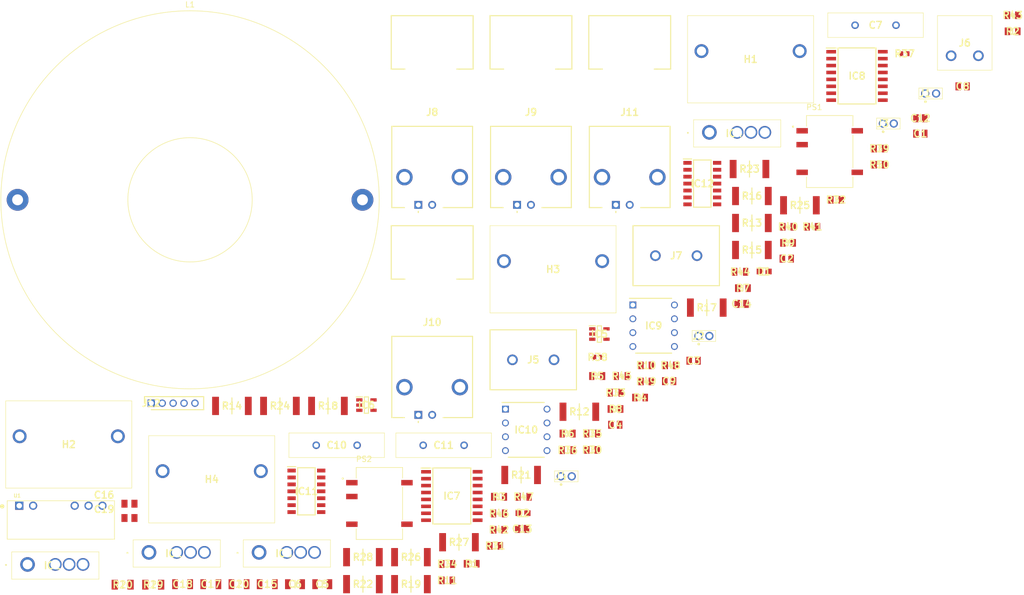
<source format=kicad_pcb>
(kicad_pcb (version 20211014) (generator pcbnew)
  (layers (0 "F.Cu" signal) (31 "B.Cu" signal) (34 "B.Paste" user) (35 "F.Paste" user) (36 "B.SilkS" user "B.Silkscreen") (37 "F.SilkS" user "F.Silkscreen") (38 "B.Mask" user) (39 "F.Mask" user) (44 "Edge.Cuts" user))
  (net 0 "")
  (net 1 "24V-")
  (net 2 "24V+")
  (net 3 "GND")
  (net 4 "5V_0")
  (net 5 "5V_1")
  (net 6 "IP+_2")
  (net 7 "VAC-")
  (net 8 "Net-(IC5-Pad5)")
  (net 9 "3V3")
  (net 10 "Net-(IC6-Pad5)")
  (net 11 "1V65")
  (net 12 "-12V")
  (net 13 "+12V")
  (net 14 "I_VREF1")
  (net 15 "I_VOUT1")
  (net 16 "I_VREF2")
  (net 17 "I_VOUT2")
  (net 18 "Iout_3V3")
  (net 19 "Vout_3V3")
  (net 28 "VDC+")
  (net 29 "Net-(IC1-Pad2)")
  (net 30 "SA1")
  (net 31 "GA1")
  (net 32 "VDC-")
  (net 33 "SB1")
  (net 34 "GB1")
  (net 35 "SA2")
  (net 36 "GA2")
  (net 37 "SB2")
  (net 38 "GB2")
  (net 39 "IP+_1")
  (net 41 "Net-(IC7-Pad13)")
  (net 42 "Net-(IC7-Pad15)")
  (net 43 "Net-(IC7-Pad16)")
  (net 44 "VAC+")
  (net 46 "Net-(IC8-Pad13)")
  (net 47 "Net-(IC8-Pad15)")
  (net 48 "OCD_INT")
  (net 49 "Net-(IC9-Pad2)")
  (net 50 "Net-(IC9-Pad3)")
  (net 51 "VOUT-_1")
  (net 52 "VOUT+_1")
  (net 53 "Net-(IC10-Pad2)")
  (net 54 "Net-(IC10-Pad3)")
  (net 55 "VOUT-_2")
  (net 56 "VOUT+_2")
  (net 57 "Vin_5V")
  (net 58 "Net-(IC11-Pad2)")
  (net 59 "Net-(IC11-Pad3)")
  (net 60 "Net-(IC11-Pad5)")
  (net 61 "Net-(IC11-Pad6)")
  (net 62 "Iin_5V")
  (net 63 "Iout_5V")
  (net 64 "Net-(IC11-Pad9)")
  (net 65 "Net-(IC11-Pad10)")
  (net 66 "Net-(IC11-Pad12)")
  (net 67 "Net-(IC11-Pad13)")
  (net 68 "Vout_5V")
  (net 69 "Net-(IC12-Pad2)")
  (net 70 "Net-(IC12-Pad3)")
  (net 85 "Net-(R12-Pad2)")
  (net 86 "Net-(R13-Pad2)")
  (net 87 "Net-(R14-Pad1)")
  (net 88 "Net-(R15-Pad1)")
  (net 89 "Net-(R16-Pad2)")
  (net 90 "Net-(R17-Pad2)")
  (net 91 "Net-(R21-Pad2)")
  (net 92 "Net-(R22-Pad2)")
  (net 93 "Net-(R23-Pad1)")
  (net 94 "Net-(R24-Pad1)")
  (net 95 "Net-(R25-Pad2)")
  (net 96 "Net-(R26-Pad2)")
  (footprint "PCB_Hbridge:SOIC127P1031X264-16N" (layer "F.Cu") (at 126.235 119.79)
    (fp_text reference "IC7" (at 0 0) (layer "F.SilkS") (effects (font (size 1.27 1.27) (thickness 0.254))))
    (fp_text value "MLX91221KDF-ABF-050-SP" hide)
    (pad "1" smd rect (at -4.725 -4.445 90) (size 0.65 1.8) (layers "F.Cu" "F.Paste" "F.Mask") (net 39 "IP+_1"))
    (pad "2" smd rect (at -4.725 -3.175 90) (size 0.65 1.8) (layers "F.Cu" "F.Paste" "F.Mask") (net 39 "IP+_1"))
    (pad "3" smd rect (at -4.725 -1.905 90) (size 0.65 1.8) (layers "F.Cu" "F.Paste" "F.Mask") (net 39 "IP+_1"))
    (pad "4" smd rect (at -4.725 -0.635 90) (size 0.65 1.8) (layers "F.Cu" "F.Paste" "F.Mask") (net 39 "IP+_1"))
    (pad "5" smd rect (at -4.725 0.635 90) (size 0.65 1.8) (layers "F.Cu" "F.Paste" "F.Mask") (net 28 "VDC+"))
    (pad "6" smd rect (at -4.725 1.905 90) (size 0.65 1.8) (layers "F.Cu" "F.Paste" "F.Mask") (net 28 "VDC+"))
    (pad "7" smd rect (at -4.725 3.175 90) (size 0.65 1.8) (layers "F.Cu" "F.Paste" "F.Mask") (net 28 "VDC+"))
    (pad "8" smd rect (at -4.725 4.445 90) (size 0.65 1.8) (layers "F.Cu" "F.Paste" "F.Mask") (net 28 "VDC+"))
    (pad "9" smd rect (at 4.725 4.445 90) (size 0.65 1.8) (layers "F.Cu" "F.Paste" "F.Mask") (net 3 "GND"))
    (pad "10" smd rect (at 4.725 3.175 90) (size 0.65 1.8) (layers "F.Cu" "F.Paste" "F.Mask") (net 14 "I_VREF1"))
    (pad "11" smd rect (at 4.725 1.905 90) (size 0.65 1.8) (layers "F.Cu" "F.Paste" "F.Mask"))
    (pad "12" smd rect (at 4.725 0.635 90) (size 0.65 1.8) (layers "F.Cu" "F.Paste" "F.Mask") (net 15 "I_VOUT1"))
    (pad "13" smd rect (at 4.725 -0.635 90) (size 0.65 1.8) (layers "F.Cu" "F.Paste" "F.Mask") (net 41 "Net-(IC7-Pad13)"))
    (pad "14" smd rect (at 4.725 -1.905 90) (size 0.65 1.8) (layers "F.Cu" "F.Paste" "F.Mask") (net 9 "3V3"))
    (pad "15" smd rect (at 4.725 -3.175 90) (size 0.65 1.8) (layers "F.Cu" "F.Paste" "F.Mask") (net 42 "Net-(IC7-Pad15)"))
    (pad "16" smd rect (at 4.725 -4.445 90) (size 0.65 1.8) (layers "F.Cu" "F.Paste" "F.Mask") (net 43 "Net-(IC7-Pad16)"))
  )
  (footprint "PCB_Hbridge:RESC3216X65N_2k" (layer "F.Cu") (at 65.915 136.06)
    (fp_text reference "R20" (at 0 0) (layer "F.SilkS") (effects (font (size 1.27 1.27) (thickness 0.254))))
    (fp_text value "2k" hide)
    (pad "1" smd rect (at -1.45 0) (size 1.15 1.8) (layers "F.Cu" "F.Paste" "F.Mask") (net 49 "Net-(IC9-Pad2)"))
    (pad "2" smd rect (at 1.45 0) (size 1.15 1.8) (layers "F.Cu" "F.Paste" "F.Mask") (net 50 "Net-(IC9-Pad3)"))
  )
  (footprint "PCB_Hbridge:RESC2012X60N_499k" (layer "F.Cu") (at 204.58 56.08)
    (fp_text reference "R39" (at 0 0) (layer "F.SilkS") (effects (font (size 1.27 1.27) (thickness 0.254))))
    (fp_text value "499k" hide)
    (pad "1" smd rect (at -0.95 0) (size 1 1.4) (layers "F.Cu" "F.Paste" "F.Mask") (net 58 "Net-(IC11-Pad2)"))
    (pad "2" smd rect (at 0.95 0) (size 1 1.4) (layers "F.Cu" "F.Paste" "F.Mask") (net 57 "Vin_5V"))
  )
  (footprint "PCB_Hbridge:RHDR5W50P0X200_1X5_1050X240X440P" (layer "F.Cu") (at 71.16 102.77)
    (fp_text reference "J12" (at 0 0) (layer "F.SilkS") (effects (font (size 1.27 1.27) (thickness 0.254))))
    (fp_text value "M22-7130542" hide)
    (pad "1" thru_hole rect (at 0 0) (size 1.35 1.35) (drill 0.9) (layers *.Cu *.Mask) (net 48 "OCD_INT"))
    (pad "2" thru_hole circle (at 2 0) (size 1.35 1.35) (drill 0.9) (layers *.Cu *.Mask) (net 9 "3V3"))
    (pad "3" thru_hole circle (at 4 0) (size 1.35 1.35) (drill 0.9) (layers *.Cu *.Mask) (net 18 "Iout_3V3"))
    (pad "4" thru_hole circle (at 6 0) (size 1.35 1.35) (drill 0.9) (layers *.Cu *.Mask) (net 19 "Vout_3V3"))
    (pad "5" thru_hole circle (at 8 0) (size 1.35 1.35) (drill 0.9) (layers *.Cu *.Mask) (net 3 "GND"))
  )
  (footprint "PCB_Hbridge:DIOM1613X100N" (layer "F.Cu") (at 139.285 122.94)
    (fp_text reference "D2" (at 0 0) (layer "F.SilkS") (effects (font (size 1.27 1.27) (thickness 0.254))))
    (fp_text value "SD0805S020S1R0" hide)
    (pad "1" smd rect (at -0.8 0 90) (size 1.05 1.15) (layers "F.Cu" "F.Paste" "F.Mask") (net 19 "Vout_3V3"))
    (pad "2" smd rect (at 0.8 0 90) (size 1.05 1.15) (layers "F.Cu" "F.Paste" "F.Mask") (net 3 "GND"))
  )
  (footprint "PCB_Hbridge:CAPC2012X145N_01uF" (layer "F.Cu") (at 166.06 98.73)
    (fp_text reference "C9" (at 0 0) (layer "F.SilkS") (effects (font (size 1.27 1.27) (thickness 0.254))))
    (fp_text value "1uF" hide)
    (pad "1" smd rect (at -0.8 0) (size 1.02 1.47) (layers "F.Cu" "F.Paste" "F.Mask") (net 10 "Net-(IC6-Pad5)"))
    (pad "2" smd rect (at 0.8 0) (size 1.02 1.47) (layers "F.Cu" "F.Paste" "F.Mask") (net 11 "1V65"))
  )
  (footprint "PCB_Hbridge:CAPC3216X175N_47nF" (layer "F.Cu") (at 87.24 135.97)
    (fp_text reference "C20" (at 0 0) (layer "F.SilkS") (effects (font (size 1.27 1.27) (thickness 0.254))))
    (fp_text value "47nF" hide)
    (pad "1" smd rect (at -1.4 0) (size 1.02 1.82) (layers "F.Cu" "F.Paste" "F.Mask") (net 9 "3V3"))
    (pad "2" smd rect (at 1.4 0) (size 1.02 1.82) (layers "F.Cu" "F.Paste" "F.Mask") (net 3 "GND"))
  )
  (footprint "PCB_Hbridge:DIOM1613X100N" (layer "F.Cu") (at 183.475 78.62)
    (fp_text reference "D1" (at 0 0) (layer "F.SilkS") (effects (font (size 1.27 1.27) (thickness 0.254))))
    (fp_text value "SD0805S020S1R0" hide)
    (pad "1" smd rect (at -0.8 0 90) (size 1.05 1.15) (layers "F.Cu" "F.Paste" "F.Mask") (net 18 "Iout_3V3"))
    (pad "2" smd rect (at 0.8 0 90) (size 1.05 1.15) (layers "F.Cu" "F.Paste" "F.Mask") (net 3 "GND"))
  )
  (footprint "PCB_Hbridge:RESC6332X70N_2M" (layer "F.Cu") (at 181.225 64.77)
    (fp_text reference "R16" (at 0 0) (layer "F.SilkS") (effects (font (size 1.27 1.27) (thickness 0.254))))
    (fp_text value "2M" hide)
    (pad "1" smd rect (at -3 0) (size 1.25 3.35) (layers "F.Cu" "F.Paste" "F.Mask") (net 87 "Net-(R14-Pad1)"))
    (pad "2" smd rect (at 3 0) (size 1.25 3.35) (layers "F.Cu" "F.Paste" "F.Mask") (net 89 "Net-(R16-Pad2)"))
  )
  (footprint "PCB_Hbridge:CAPC2012X145N_01uF" (layer "F.Cu") (at 156.19 106.73)
    (fp_text reference "C4" (at 0 0) (layer "F.SilkS") (effects (font (size 1.27 1.27) (thickness 0.254))))
    (fp_text value "1uF" hide)
    (pad "1" smd rect (at -0.8 0) (size 1.02 1.47) (layers "F.Cu" "F.Paste" "F.Mask") (net 3 "GND"))
    (pad "2" smd rect (at 0.8 0) (size 1.02 1.47) (layers "F.Cu" "F.Paste" "F.Mask") (net 4 "5V_0"))
  )
  (footprint "PCB_Hbridge:CAPC2012X145N_01uF" (layer "F.Cu") (at 212.09 50.51)
    (fp_text reference "C12" (at 0 0) (layer "F.SilkS") (effects (font (size 1.27 1.27) (thickness 0.254))))
    (fp_text value "1uF" hide)
    (pad "1" smd rect (at -0.8 0) (size 1.02 1.47) (layers "F.Cu" "F.Paste" "F.Mask") (net 1 "24V-"))
    (pad "2" smd rect (at 0.8 0) (size 1.02 1.47) (layers "F.Cu" "F.Paste" "F.Mask") (net 2 "24V+"))
  )
  (footprint "PCB_Hbridge:SOT95P285X140-5N" (layer "F.Cu") (at 153.275 90.09)
    (fp_text reference "IC5" (at 0 0) (layer "F.SilkS") (effects (font (size 1.27 1.27) (thickness 0.254))))
    (fp_text value "AP7366-W5-7" hide)
    (pad "1" smd rect (at -1.3 -0.95 90) (size 0.6 1.15) (layers "F.Cu" "F.Paste" "F.Mask") (net 4 "5V_0"))
    (pad "2" smd rect (at -1.3 0 90) (size 0.6 1.15) (layers "F.Cu" "F.Paste" "F.Mask") (net 3 "GND"))
    (pad "3" smd rect (at -1.3 0.95 90) (size 0.6 1.15) (layers "F.Cu" "F.Paste" "F.Mask") (net 4 "5V_0"))
    (pad "4" smd rect (at 1.3 0.95 90) (size 0.6 1.15) (layers "F.Cu" "F.Paste" "F.Mask") (net 9 "3V3"))
    (pad "5" smd rect (at 1.3 -0.95 90) (size 0.6 1.15) (layers "F.Cu" "F.Paste" "F.Mask") (net 8 "Net-(IC5-Pad5)"))
  )
  (footprint "PCB_Hbridge:TB002V50002BE" (layer "F.Cu") (at 217.735 39.045)
    (fp_text reference "J6" (at 2.5 -2.35) (layer "F.SilkS") (effects (font (size 1.27 1.27) (thickness 0.254))))
    (fp_text value "TB002V-500-02BE" hide)
    (pad "1" thru_hole circle (at 0 0) (size 1.95 1.95) (drill 1.3) (layers *.Cu *.Mask) (net 2 "24V+"))
    (pad "2" thru_hole circle (at 5 0) (size 1.95 1.95) (drill 1.3) (layers *.Cu *.Mask) (net 1 "24V-"))
  )
  (footprint "PCB_Hbridge:RESC2012X60N_499k" (layer "F.Cu") (at 151.93 111.34)
    (fp_text reference "R30" (at 0 0) (layer "F.SilkS") (effects (font (size 1.27 1.27) (thickness 0.254))))
    (fp_text value "499k" hide)
    (pad "1" smd rect (at -0.95 0) (size 1 1.4) (layers "F.Cu" "F.Paste" "F.Mask") (net 3 "GND"))
    (pad "2" smd rect (at 0.95 0) (size 1 1.4) (layers "F.Cu" "F.Paste" "F.Mask") (net 59 "Net-(IC11-Pad3)"))
  )
  (footprint "PCB_Hbridge:CONV_PDSE2-S24-S5-M" (layer "F.Cu") (at 195.484 56.62)
    (fp_text reference "PS1" (at -2.825 -8.135) (layer "F.SilkS"))
    (fp_text value "PDSE2-S24-S5-M")
    (pad "1" smd rect (at -5.05 -3.81) (size 2.1 1) (layers "F.Cu" "F.Paste" "F.Mask") (net 1 "24V-"))
    (pad "2" smd rect (at -5.05 -1.27) (size 2.1 1) (layers "F.Cu" "F.Paste" "F.Mask") (net 2 "24V+"))
    (pad "4" smd rect (at -5.05 3.81) (size 2.1 1) (layers "F.Cu" "F.Paste" "F.Mask") (net 3 "GND"))
    (pad "5" smd rect (at 5.05 3.81) (size 2.1 1) (layers "F.Cu" "F.Paste" "F.Mask") (net 4 "5V_0"))
    (pad "8" smd rect (at 5.05 -3.81) (size 2.1 1) (layers "F.Cu" "F.Paste" "F.Mask"))
  )
  (footprint "PCB_Hbridge:SCT3105KRC14" (layer "F.Cu") (at 173.435 53.095)
    (fp_text reference "IC4" (at 4.54 0.2) (layer "F.SilkS") (effects (font (size 1.27 1.27) (thickness 0.254))))
    (fp_text value "SCT3105KRC14" hide)
    (pad "1" thru_hole circle (at 0 0) (size 2.685 2.685) (drill 1.79) (layers *.Cu *.Mask) (net 7 "VAC-"))
    (pad "2" thru_hole circle (at 5.08 0) (size 2.34 2.34) (drill 1.79) (layers *.Cu *.Mask) (net 32 "VDC-"))
    (pad "3" thru_hole circle (at 7.62 0) (size 2.34 2.34) (drill 1.79) (layers *.Cu *.Mask) (net 37 "SB2"))
    (pad "4" thru_hole circle (at 10.16 0) (size 2.34 2.34) (drill 1.79) (layers *.Cu *.Mask) (net 38 "GB2"))
  )
  (footprint "PCB_Hbridge:RESC2012X60N_499k" (layer "F.Cu") (at 187.85 70.42)
    (fp_text reference "R40" (at 0 0) (layer "F.SilkS") (effects (font (size 1.27 1.27) (thickness 0.254))))
    (fp_text value "499k" hide)
    (pad "1" smd rect (at -0.95 0) (size 1 1.4) (layers "F.Cu" "F.Paste" "F.Mask") (net 61 "Net-(IC11-Pad6)"))
    (pad "2" smd rect (at 0.95 0) (size 1 1.4) (layers "F.Cu" "F.Paste" "F.Mask") (net 62 "Iin_5V"))
  )
  (footprint "PCB_Hbridge:RESC6332X70N_2M" (layer "F.Cu") (at 109.945 135.96)
    (fp_text reference "R22" (at 0 0) (layer "F.SilkS") (effects (font (size 1.27 1.27) (thickness 0.254))))
    (fp_text value "2M" hide)
    (pad "1" smd rect (at -3 0) (size 1.25 3.35) (layers "F.Cu" "F.Paste" "F.Mask") (net 7 "VAC-"))
    (pad "2" smd rect (at 3 0) (size 1.25 3.35) (layers "F.Cu" "F.Paste" "F.Mask") (net 92 "Net-(R22-Pad2)"))
  )
  (footprint "PCB_Hbridge:CAPC2012X145N_01uF" (layer "F.Cu") (at 170.54 94.98)
    (fp_text reference "C3" (at 0 0) (layer "F.SilkS") (effects (font (size 1.27 1.27) (thickness 0.254))))
    (fp_text value "1uF" hide)
    (pad "1" smd rect (at -0.8 0) (size 1.02 1.47) (layers "F.Cu" "F.Paste" "F.Mask") (net 3 "GND"))
    (pad "2" smd rect (at 0.8 0) (size 1.02 1.47) (layers "F.Cu" "F.Paste" "F.Mask") (net 4 "5V_0"))
  )
  (footprint "PCB_Hbridge:S103M69Z5UP63K7R" (layer "F.Cu") (at 120.985 110.485)
    (fp_text reference "C11" (at 3.75 0) (layer "F.SilkS") (effects (font (size 1.27 1.27) (thickness 0.254))))
    (fp_text value "0.01uF" hide)
    (pad "1" thru_hole circle (at 0 0) (size 1.381 1.381) (drill 0.85) (layers *.Cu *.Mask) (net 6 "IP+_2"))
    (pad "2" thru_hole circle (at 7.5 0) (size 1.381 1.381) (drill 0.85) (layers *.Cu *.Mask) (net 7 "VAC-"))
  )
  (footprint "PCB_Hbridge:SCT3105KRC14" (layer "F.Cu") (at 90.915 130.135)
    (fp_text reference "IC3" (at 4.54 0.2) (layer "F.SilkS") (effects (font (size 1.27 1.27) (thickness 0.254))))
    (fp_text value "SCT3105KRC14" hide)
    (pad "1" thru_hole circle (at 0 0) (size 2.685 2.685) (drill 1.79) (layers *.Cu *.Mask) (net 28 "VDC+"))
    (pad "2" thru_hole circle (at 5.08 0) (size 2.34 2.34) (drill 1.79) (layers *.Cu *.Mask) (net 7 "VAC-"))
    (pad "3" thru_hole circle (at 7.62 0) (size 2.34 2.34) (drill 1.79) (layers *.Cu *.Mask) (net 35 "SA2"))
    (pad "4" thru_hole circle (at 10.16 0) (size 2.34 2.34) (drill 1.79) (layers *.Cu *.Mask) (net 36 "GA2"))
  )
  (footprint "PCB_Hbridge:SOT95P285X140-5N" (layer "F.Cu") (at 110.585 103.12)
    (fp_text reference "IC6" (at 0 0) (layer "F.SilkS") (effects (font (size 1.27 1.27) (thickness 0.254))))
    (fp_text value "AP7366-W5-7" hide)
    (pad "1" smd rect (at -1.3 -0.95 90) (size 0.6 1.15) (layers "F.Cu" "F.Paste" "F.Mask") (net 4 "5V_0"))
    (pad "2" smd rect (at -1.3 0 90) (size 0.6 1.15) (layers "F.Cu" "F.Paste" "F.Mask") (net 3 "GND"))
    (pad "3" smd rect (at -1.3 0.95 90) (size 0.6 1.15) (layers "F.Cu" "F.Paste" "F.Mask") (net 4 "5V_0"))
    (pad "4" smd rect (at 1.3 0.95 90) (size 0.6 1.15) (layers "F.Cu" "F.Paste" "F.Mask") (net 11 "1V65"))
    (pad "5" smd rect (at 1.3 -0.95 90) (size 0.6 1.15) (layers "F.Cu" "F.Paste" "F.Mask") (net 10 "Net-(IC6-Pad5)"))
  )
  (footprint "PCB_Hbridge:RESC6332X70N_2M" (layer "F.Cu") (at 138.935 115.94)
    (fp_text reference "R21" (at 0 0) (layer "F.SilkS") (effects (font (size 1.27 1.27) (thickness 0.254))))
    (fp_text value "2M" hide)
    (pad "1" smd rect (at -3 0) (size 1.25 3.35) (layers "F.Cu" "F.Paste" "F.Mask") (net 6 "IP+_2"))
    (pad "2" smd rect (at 3 0) (size 1.25 3.35) (layers "F.Cu" "F.Paste" "F.Mask") (net 91 "Net-(R21-Pad2)"))
  )
  (footprint "PCB_Hbridge:RESC2012X50N_120k" (layer "F.Cu") (at 179.075 78.67)
    (fp_text reference "R44" (at 0 0) (layer "F.SilkS") (effects (font (size 1.27 1.27) (thickness 0.254))))
    (fp_text value "120k" hide)
    (pad "1" smd rect (at -1 0) (size 0.95 1.45) (layers "F.Cu" "F.Paste" "F.Mask") (net 67 "Net-(IC11-Pad13)"))
    (pad "2" smd rect (at 1 0) (size 0.95 1.45) (layers "F.Cu" "F.Paste" "F.Mask") (net 55 "VOUT-_2"))
  )
  (footprint "PCB_Hbridge:RESC2012X60N_10k" (layer "F.Cu") (at 187.85 73.37)
    (fp_text reference "R9" (at 0 0) (layer "F.SilkS") (effects (font (size 1.27 1.27) (thickness 0.254))))
    (fp_text value "10k" hide)
    (pad "1" smd rect (at -0.95 0) (size 1 1.4) (layers "F.Cu" "F.Paste" "F.Mask") (net 46 "Net-(IC8-Pad13)"))
    (pad "2" smd rect (at 0.95 0) (size 1 1.4) (layers "F.Cu" "F.Paste" "F.Mask") (net 9 "3V3"))
  )
  (footprint "PCB_Hbridge:WAT247101E" (layer "F.Cu") (at 73.235 115.235)
    (fp_text reference "H4" (at 9 1.5) (layer "F.SilkS") (effects (font (size 1.27 1.27) (thickness 0.254))))
    (fp_text value "WA-T247-101E" hide)
    (pad "1" thru_hole circle (at 0 0) (size 2.55 2.55) (drill 1.7) (layers *.Cu *.Mask))
    (pad "2" thru_hole circle (at 18 0) (size 2.55 2.55) (drill 1.7) (layers *.Cu *.Mask))
  )
  (footprint "PCB_Hbridge:SCT3105KRC14" (layer "F.Cu") (at 48.485 132.345)
    (fp_text reference "IC1" (at 4.54 0.2) (layer "F.SilkS") (effects (font (size 1.27 1.27) (thickness 0.254))))
    (fp_text value "SCT3105KRC14" hide)
    (pad "1" thru_hole circle (at 0 0) (size 2.685 2.685) (drill 1.79) (layers *.Cu *.Mask) (net 28 "VDC+"))
    (pad "2" thru_hole circle (at 5.08 0) (size 2.34 2.34) (drill 1.79) (layers *.Cu *.Mask) (net 29 "Net-(IC1-Pad2)"))
    (pad "3" thru_hole circle (at 7.62 0) (size 2.34 2.34) (drill 1.79) (layers *.Cu *.Mask) (net 30 "SA1"))
    (pad "4" thru_hole circle (at 10.16 0) (size 2.34 2.34) (drill 1.79) (layers *.Cu *.Mask) (net 31 "GA1"))
  )
  (footprint "PCB_Hbridge:RESC2012X60N_499k" (layer "F.Cu") (at 166.3 95.84)
    (fp_text reference "R48" (at 0 0) (layer "F.SilkS") (effects (font (size 1.27 1.27) (thickness 0.254))))
    (fp_text value "499k" hide)
    (pad "1" smd rect (at -0.95 0) (size 1 1.4) (layers "F.Cu" "F.Paste" "F.Mask") (net 3 "GND"))
    (pad "2" smd rect (at 0.95 0) (size 1 1.4) (layers "F.Cu" "F.Paste" "F.Mask") (net 66 "Net-(IC11-Pad12)"))
  )
  (footprint "PCB_Hbridge:RESC6332X70N_2M" (layer "F.Cu") (at 190.025 66.47)
    (fp_text reference "R25" (at 0 0) (layer "F.SilkS") (effects (font (size 1.27 1.27) (thickness 0.254))))
    (fp_text value "2M" hide)
    (pad "1" smd rect (at -3 0) (size 1.25 3.35) (layers "F.Cu" "F.Paste" "F.Mask") (net 93 "Net-(R23-Pad1)"))
    (pad "2" smd rect (at 3 0) (size 1.25 3.35) (layers "F.Cu" "F.Paste" "F.Mask") (net 95 "Net-(R25-Pad2)"))
  )
  (footprint "PCB_Hbridge:RESC2012X60N_10k" (layer "F.Cu") (at 179.58 81.67)
    (fp_text reference "R7" (at 0 0) (layer "F.SilkS") (effects (font (size 1.27 1.27) (thickness 0.254))))
    (fp_text value "10k" hide)
    (pad "1" smd rect (at -0.95 0) (size 1 1.4) (layers "F.Cu" "F.Paste" "F.Mask") (net 41 "Net-(IC7-Pad13)"))
    (pad "2" smd rect (at 0.95 0) (size 1 1.4) (layers "F.Cu" "F.Paste" "F.Mask") (net 9 "3V3"))
  )
  (footprint "PCB_Hbridge:RESC2012X60N_10k" (layer "F.Cu") (at 204.58 59.03)
    (fp_text reference "R50" (at 0 0) (layer "F.SilkS") (effects (font (size 1.27 1.27) (thickness 0.254))))
    (fp_text value "10k" hide)
    (pad "1" smd rect (at -0.95 0) (size 1 1.4) (layers "F.Cu" "F.Paste" "F.Mask") (net 42 "Net-(IC7-Pad15)"))
    (pad "2" smd rect (at 0.95 0) (size 1 1.4) (layers "F.Cu" "F.Paste" "F.Mask") (net 43 "Net-(IC7-Pad16)"))
  )
  (footprint "PCB_Hbridge:RESC2012X60N_56k" (layer "F.Cu") (at 160.73 101.74)
    (fp_text reference "R4" (at 0 0) (layer "F.SilkS") (effects (font (size 1.27 1.27) (thickness 0.254))))
    (fp_text value "56k" hide)
    (pad "1" smd rect (at -0.95 0) (size 1 1.4) (layers "F.Cu" "F.Paste" "F.Mask") (net 10 "Net-(IC6-Pad5)"))
    (pad "2" smd rect (at 0.95 0) (size 1 1.4) (layers "F.Cu" "F.Paste" "F.Mask") (net 3 "GND"))
  )
  (footprint "PCB_Hbridge:RESC2012X60N_10k" (layer "F.Cu") (at 125.37 135.27)
    (fp_text reference "R11" (at 0 0) (layer "F.SilkS") (effects (font (size 1.27 1.27) (thickness 0.254))))
    (fp_text value "10k" hide)
    (pad "1" smd rect (at -0.95 0) (size 1 1.4) (layers "F.Cu" "F.Paste" "F.Mask") (net 9 "3V3"))
    (pad "2" smd rect (at 0.95 0) (size 1 1.4) (layers "F.Cu" "F.Paste" "F.Mask") (net 48 "OCD_INT"))
  )
  (footprint "PCB_Hbridge:CAPC2012X145N_01uF" (layer "F.Cu") (at 219.84 44.66)
    (fp_text reference "C8" (at 0 0) (layer "F.SilkS") (effects (font (size 1.27 1.27) (thickness 0.254))))
    (fp_text value "1uF" hide)
    (pad "1" smd rect (at -0.8 0) (size 1.02 1.47) (layers "F.Cu" "F.Paste" "F.Mask") (net 8 "Net-(IC5-Pad5)"))
    (pad "2" smd rect (at 0.8 0) (size 1.02 1.47) (layers "F.Cu" "F.Paste" "F.Mask") (net 9 "3V3"))
  )
  (footprint "PCB_Hbridge:RESC6332X70N_2M" (layer "F.Cu") (at 103.535 103.27)
    (fp_text reference "R18" (at 0 0) (layer "F.SilkS") (effects (font (size 1.27 1.27) (thickness 0.254))))
    (fp_text value "2M" hide)
    (pad "1" smd rect (at -3 0) (size 1.25 3.35) (layers "F.Cu" "F.Paste" "F.Mask") (net 89 "Net-(R16-Pad2)"))
    (pad "2" smd rect (at 3 0) (size 1.25 3.35) (layers "F.Cu" "F.Paste" "F.Mask") (net 49 "Net-(IC9-Pad2)"))
  )
  (footprint "PCB_Hbridge:CAPC2012X94N_4_7nF" (layer "F.Cu") (at 67.1582 121.2078)
    (fp_text reference "C16" (at -4.6482 -1.6002) (layer "F.SilkS") (effects (font (size 1.27 1.27) (thickness 0.254))))
    (fp_text value "4.7nF" hide)
    (pad "1" smd rect (at -0.9144 0) (size 1.1176 1.4478) (layers "F.Cu" "F.Paste" "F.Mask") (net 15 "I_VOUT1"))
    (pad "2" smd rect (at 0.9144 0) (size 1.1176 1.4478) (layers "F.Cu" "F.Paste" "F.Mask") (net 3 "GND"))
  )
  (footprint "PCB_Hbridge:RESC2012X50N_270k" (layer "F.Cu") (at 152.875 97.79)
    (fp_text reference "R5" (at 0 0) (layer "F.SilkS") (effects (font (size 1.27 1.27) (thickness 0.254))))
    (fp_text value "270k" hide)
    (pad "1" smd rect (at -1 0) (size 0.95 1.45) (layers "F.Cu" "F.Paste" "F.Mask") (net 8 "Net-(IC5-Pad5)"))
    (pad "2" smd rect (at 1 0) (size 0.95 1.45) (layers "F.Cu" "F.Paste" "F.Mask") (net 9 "3V3"))
  )
  (footprint "PCB_Hbridge:RESC2012X60N_56k" (layer "F.Cu") (at 129.87 132.22)
    (fp_text reference "R1" (at 0 0) (layer "F.SilkS") (effects (font (size 1.27 1.27) (thickness 0.254))))
    (fp_text value "56k" hide)
    (pad "1" smd rect (at -0.95 0) (size 1 1.4) (layers "F.Cu" "F.Paste" "F.Mask") (net 8 "Net-(IC5-Pad5)"))
    (pad "2" smd rect (at 0.95 0) (size 1 1.4) (layers "F.Cu" "F.Paste" "F.Mask") (net 3 "GND"))
  )
  (footprint "PCB_Hbridge:CAPC3116X180N_2_2uF" (layer "F.Cu") (at 102.495 135.97)
    (fp_text reference "C5" (at 0 0) (layer "F.SilkS") (effects (font (size 1.27 1.27) (thickness 0.254))))
    (fp_text value "2.2uF" hide)
    (pad "1" smd rect (at -1.32 0) (size 1.01 1.82) (layers "F.Cu" "F.Paste" "F.Mask") (net 3 "GND"))
    (pad "2" smd rect (at 1.32 0) (size 1.01 1.82) (layers "F.Cu" "F.Paste" "F.Mask") (net 4 "5V_0"))
  )
  (footprint "PCB_Hbridge:CAPC3216X175N_47nF" (layer "F.Cu") (at 76.9 135.97)
    (fp_text reference "C18" (at 0 0) (layer "F.SilkS") (effects (font (size 1.27 1.27) (thickness 0.254))))
    (fp_text value "47nF" hide)
    (pad "1" smd rect (at -1.4 0) (size 1.02 1.82) (layers "F.Cu" "F.Paste" "F.Mask") (net 16 "I_VREF2"))
    (pad "2" smd rect (at 1.4 0) (size 1.02 1.82) (layers "F.Cu" "F.Paste" "F.Mask") (net 3 "GND"))
  )
  (footprint "PCB_Hbridge:RESC6332X70N_2M" (layer "F.Cu") (at 149.605 104.34)
    (fp_text reference "R12" (at 0 0) (layer "F.SilkS") (effects (font (size 1.27 1.27) (thickness 0.254))))
    (fp_text value "2M" hide)
    (pad "1" smd rect (at -3 0) (size 1.25 3.35) (layers "F.Cu" "F.Paste" "F.Mask") (net 28 "VDC+"))
    (pad "2" smd rect (at 3 0) (size 1.25 3.35) (layers "F.Cu" "F.Paste" "F.Mask") (net 85 "Net-(R12-Pad2)"))
  )
  (footprint "PCB_Hbridge:RESC6332X70N_2M" (layer "F.Cu") (at 118.745 131.01)
    (fp_text reference "R26" (at 0 0) (layer "F.SilkS") (effects (font (size 1.27 1.27) (thickness 0.254))))
    (fp_text value "2M" hide)
    (pad "1" smd rect (at -3 0) (size 1.25 3.35) (layers "F.Cu" "F.Paste" "F.Mask") (net 94 "Net-(R24-Pad1)"))
    (pad "2" smd rect (at 3 0) (size 1.25 3.35) (layers "F.Cu" "F.Paste" "F.Mask") (net 96 "Net-(R26-Pad2)"))
  )
  (footprint "PCB_Hbridge:DIP762W65P254L980H470Q8N" (layer "F.Cu") (at 163.22 88.565)
    (fp_text reference "IC9" (at 0 0) (layer "F.SilkS") (effects (font (size 1.27 1.27) (thickness 0.254))))
    (fp_text value "ACPL-790B-300E" hide)
    (pad "1" thru_hole rect (at -3.81 -3.81) (size 1.25 1.25) (drill 0.85) (layers *.Cu *.Mask) (net 4 "5V_0"))
    (pad "2" thru_hole circle (at -3.81 -1.27) (size 1.25 1.25) (drill 0.85) (layers *.Cu *.Mask) (net 49 "Net-(IC9-Pad2)"))
    (pad "3" thru_hole circle (at -3.81 1.27) (size 1.25 1.25) (drill 0.85) (layers *.Cu *.Mask) (net 50 "Net-(IC9-Pad3)"))
    (pad "4" thru_hole circle (at -3.81 3.81) (size 1.25 1.25) (drill 0.85) (layers *.Cu *.Mask) (net 1 "24V-"))
    (pad "5" thru_hole circle (at 3.81 3.81) (size 1.25 1.25) (drill 0.85) (layers *.Cu *.Mask) (net 3 "GND"))
    (pad "6" thru_hole circle (at 3.81 1.27) (size 1.25 1.25) (drill 0.85) (layers *.Cu *.Mask) (net 51 "VOUT-_1"))
    (pad "7" thru_hole circle (at 3.81 -1.27) (size 1.25 1.25) (drill 0.85) (layers *.Cu *.Mask) (net 52 "VOUT+_1"))
    (pad "8" thru_hole circle (at 3.81 -3.81) (size 1.25 1.25) (drill 0.85) (layers *.Cu *.Mask) (net 5 "5V_1"))
  )
  (footprint "PCB_Hbridge:SQT-102-01-XX-S" (layer "F.Cu") (at 212.98 45.97)
    (fp_text reference "J1" (at 0 0) (layer "F.SilkS") (effects (font (size 1.27 1.27) (thickness 0.254))))
    (fp_text value "SQT-102-01-F-S" hide)
    (pad "1" thru_hole circle (at 0 0) (size 1.5 1.5) (drill 0.99) (layers *.Cu *.Mask) (net 34 "GB1"))
    (pad "2" thru_hole circle (at 2 0) (size 1.5 1.5) (drill 0.99) (layers *.Cu *.Mask) (net 33 "SB1"))
  )
  (footprint "PCB_Hbridge:RESC6332X70N_2M" (layer "F.Cu") (at 94.735 103.27)
    (fp_text reference "R24" (at 0 0) (layer "F.SilkS") (effects (font (size 1.27 1.27) (thickness 0.254))))
    (fp_text value "2M" hide)
    (pad "1" smd rect (at -3 0) (size 1.25 3.35) (layers "F.Cu" "F.Paste" "F.Mask") (net 94 "Net-(R24-Pad1)"))
    (pad "2" smd rect (at 3 0) (size 1.25 3.35) (layers "F.Cu" "F.Paste" "F.Mask") (net 92 "Net-(R22-Pad2)"))
  )
  (footprint "PCB_Hbridge:RESC6332X70N_2M" (layer "F.Cu") (at 181.225 74.67)
    (fp_text reference "R15" (at 0 0) (layer "F.SilkS") (effects (font (size 1.27 1.27) (thickness 0.254))))
    (fp_text value "2M" hide)
    (pad "1" smd rect (at -3 0) (size 1.25 3.35) (layers "F.Cu" "F.Paste" "F.Mask") (net 88 "Net-(R15-Pad1)"))
    (pad "2" smd rect (at 3 0) (size 1.25 3.35) (layers "F.Cu" "F.Paste" "F.Mask") (net 86 "Net-(R13-Pad2)"))
  )
  (footprint "PCB_Hbridge:RESC2012X60N_499k" (layer "F.Cu") (at 134.86 125.99)
    (fp_text reference "R42" (at 0 0) (layer "F.SilkS") (effects (font (size 1.27 1.27) (thickness 0.254))))
    (fp_text value "499k" hide)
    (pad "1" smd rect (at -0.95 0) (size 1 1.4) (layers "F.Cu" "F.Paste" "F.Mask") (net 67 "Net-(IC11-Pad13)"))
    (pad "2" smd rect (at 0.95 0) (size 1 1.4) (layers "F.Cu" "F.Paste" "F.Mask") (net 68 "Vout_5V"))
  )
  (footprint "PCB_Hbridge:RESC2012X50N_120k" (layer "F.Cu") (at 151.955 108.34)
    (fp_text reference "R35" (at 0 0) (layer "F.SilkS") (effects (font (size 1.27 1.27) (thickness 0.254))))
    (fp_text value "120k" hide)
    (pad "1" smd rect (at -1 0) (size 0.95 1.45) (layers "F.Cu" "F.Paste" "F.Mask") (net 61 "Net-(IC11-Pad6)"))
    (pad "2" smd rect (at 1 0) (size 0.95 1.45) (layers "F.Cu" "F.Paste" "F.Mask") (net 14 "I_VREF1"))
  )
  (footprint "PCB_Hbridge:WAT247101E" (layer "F.Cu") (at 135.785 76.715)
    (fp_text reference "H3" (at 9 1.5) (layer "F.SilkS") (effects (font (size 1.27 1.27) (thickness 0.254))))
    (fp_text value "WA-T247-101E" hide)
    (pad "1" thru_hole circle (at 0 0) (size 2.55 2.55) (drill 1.7) (layers *.Cu *.Mask))
    (pad "2" thru_hole circle (at 18 0) (size 2.55 2.55) (drill 1.7) (layers *.Cu *.Mask))
  )
  (footprint "PCB_Hbridge:1594460000" (layer "F.Cu") (at 137.345 94.815)
    (fp_text reference "J5" (at 3.81 0) (layer "F.SilkS") (effects (font (size 1.27 1.27) (thickness 0.254))))
    (fp_text value "1594460000" hide)
    (pad "1" thru_hole circle (at 0 0) (size 1.95 1.95) (drill 1.3) (layers *.Cu *.Mask) (net 39 "IP+_1"))
    (pad "2" thru_hole circle (at 7.62 0) (size 1.95 1.95) (drill 1.3) (layers *.Cu *.Mask) (net 32 "VDC-"))
  )
  (footprint "PCB_Hbridge:1594460000" (layer "F.Cu") (at 163.545 75.715)
    (fp_text reference "J7" (at 3.81 0) (layer "F.SilkS") (effects (font (size 1.27 1.27) (thickness 0.254))))
    (fp_text value "1594460000" hide)
    (pad "1" thru_hole circle (at 0 0) (size 1.95 1.95) (drill 1.3) (layers *.Cu *.Mask) (net 44 "VAC+"))
    (pad "2" thru_hole circle (at 7.62 0) (size 1.95 1.95) (drill 1.3) (layers *.Cu *.Mask) (net 7 "VAC-"))
  )
  (footprint "PCB_Hbridge:CONBNC002" (layer "F.Cu") (at 120.095 66.395)
    (fp_text reference "J8" (at 2.54 -16.988) (layer "F.SilkS") (effects (font (size 1.27 1.27) (thickness 0.254))))
    (fp_text value "CONBNC002" hide)
    (pad "1" thru_hole rect (at 0 0) (size 1.446 1.446) (drill 0.89) (layers *.Cu *.Mask) (net 68 "Vout_5V"))
    (pad "2" thru_hole circle (at 2.54 0) (size 1.446 1.446) (drill 0.89) (layers *.Cu *.Mask) (net 3 "GND"))
    (pad "MH1" thru_hole circle (at -2.54 -5.08) (size 3 3) (drill 2) (layers *.Cu *.Mask))
    (pad "MH2" thru_hole circle (at 7.62 -5.08) (size 3 3) (drill 2) (layers *.Cu *.Mask))
  )
  (footprint "PCB_Hbridge:CAPC2012X145N_01uF" (layer "F.Cu") (at 139.12 125.83)
    (fp_text reference "C13" (at 0 0) (layer "F.SilkS") (effects (font (size 1.27 1.27) (thickness 0.254))))
    (fp_text value "1uF" hide)
    (pad "1" smd rect (at -0.8 0) (size 1.02 1.47) (layers "F.Cu" "F.Paste" "F.Mask") (net 3 "GND"))
    (pad "2" smd rect (at 0.8 0) (size 1.02 1.47) (layers "F.Cu" "F.Paste" "F.Mask") (net 12 "-12V"))
  )
  (footprint "PCB_Hbridge:CONBNC002" (layer "F.Cu") (at 120.095 104.915)
    (fp_text reference "J10" (at 2.54 -16.988) (layer "F.SilkS") (effects (font (size 1.27 1.27) (thickness 0.254))))
    (fp_text value "CONBNC002" hide)
    (pad "1" thru_hole rect (at 0 0) (size 1.446 1.446) (drill 0.89) (layers *.Cu *.Mask) (net 57 "Vin_5V"))
    (pad "2" thru_hole circle (at 2.54 0) (size 1.446 1.446) (drill 0.89) (layers *.Cu *.Mask) (net 3 "GND"))
    (pad "MH1" thru_hole circle (at -2.54 -5.08) (size 3 3) (drill 2) (layers *.Cu *.Mask))
    (pad "MH2" thru_hole circle (at 7.62 -5.08) (size 3 3) (drill 2) (layers *.Cu *.Mask))
  )
  (footprint "PCB_Hbridge:RESC2012X50N_120k" (layer "F.Cu") (at 139.385 119.94)
    (fp_text reference "R47" (at 0 0) (layer "F.SilkS") (effects (font (size 1.27 1.27) (thickness 0.254))))
    (fp_text value "120k" hide)
    (pad "1" smd rect (at -1 0) (size 0.95 1.45) (layers "F.Cu" "F.Paste" "F.Mask") (net 64 "Net-(IC11-Pad9)"))
    (pad "2" smd rect (at 1 0) (size 0.95 1.45) (layers "F.Cu" "F.Paste" "F.Mask") (net 16 "I_VREF2"))
  )
  (footprint "PCB_Hbridge:ERJUP3_330k" (layer "F.Cu") (at 209.21 38.67)
    (fp_text reference "R37" (at 0 0) (layer "F.SilkS") (effects (font (size 1.27 1.27) (thickness 0.254))))
    (fp_text value "330k" hide)
    (pad "1" smd rect (at -0.575 0) (size 0.65 0.9) (layers "F.Cu" "F.Paste" "F.Mask") (net 56 "VOUT+_2"))
    (pad "2" smd rect (at 0.575 0) (size 0.65 0.9) (layers "F.Cu" "F.Paste" "F.Mask") (net 70 "Net-(IC12-Pad3)"))
  )
  (footprint "PCB_Hbridge:CAPC2012X145N_01uF" (layer "F.Cu") (at 187.61 76.26)
    (fp_text reference "C2" (at 0 0) (layer "F.SilkS") (effects (font (size 1.27 1.27) (thickness 0.254))))
    (fp_text value "1uF" hide)
    (pad "1" smd rect (at -0.8 0) (size 1.02 1.47) (layers "F.Cu" "F.Paste" "F.Mask") (net 1 "24V-"))
    (pad "2" smd rect (at 0.8 0) (size 1.02 1.47) (layers "F.Cu" "F.Paste" "F.Mask") (net 2 "24V+"))
  )
  (footprint "PCB_Hbridge:RESC2012X50N_120k" (layer "F.Cu") (at 125.395 132.27)
    (fp_text reference "R34" (at 0 0) (layer "F.SilkS") (effects (font (size 1.27 1.27) (thickness 0.254))))
    (fp_text value "120k" hide)
    (pad "1" smd rect (at -1 0) (size 0.95 1.45) (layers "F.Cu" "F.Paste" "F.Mask") (net 60 "Net-(IC11-Pad5)"))
    (pad "2" smd rect (at 1 0) (size 0.95 1.45) (layers "F.Cu" "F.Paste" "F.Mask") (net 15 "I_VOUT1"))
  )
  (footprint "PCB_Hbridge:CONV_PDSE2-S24-S5-M" (layer "F.Cu") (at 112.964 121.16)
    (fp_text reference "PS2" (at -2.825 -8.135) (layer "F.SilkS"))
    (fp_text value "PDSE2-S24-S5-M")
    (pad "1" smd rect (at -5.05 -3.81) (size 2.1 1) (layers "F.Cu" "F.Paste" "F.Mask") (net 1 "24V-"))
    (pad "2" smd rect (at -5.05 -1.27) (size 2.1 1) (layers "F.Cu" "F.Paste" "F.Mask") (net 2 "24V+"))
    (pad "4" smd rect (at -5.05 3.81) (size 2.1 1) (layers "F.Cu" "F.Paste" "F.Mask") (net 3 "GND"))
    (pad "5" smd rect (at 5.05 3.81) (size 2.1 1) (layers "F.Cu" "F.Paste" "F.Mask") (net 5 "5V_1"))
    (pad "8" smd rect (at 5.05 -3.81) (size 2.1 1) (layers "F.Cu" "F.Paste" "F.Mask"))
  )
  (footprint "PCB_Hbridge:RESC6332X70N_2M" (layer "F.Cu") (at 172.955 85.24)
    (fp_text reference "R17" (at 0 0) (layer "F.SilkS") (effects (font (size 1.27 1.27) (thickness 0.254))))
    (fp_text value "2M" hide)
    (pad "1" smd rect (at -3 0) (size 1.25 3.35) (layers "F.Cu" "F.Paste" "F.Mask") (net 88 "Net-(R15-Pad1)"))
    (pad "2" smd rect (at 3 0) (size 1.25 3.35) (layers "F.Cu" "F.Paste" "F.Mask") (net 90 "Net-(R17-Pad2)"))
  )
  (footprint "PCB_Hbridge:RESC2012X50N_120k" (layer "F.Cu") (at 156.255 100.84)
    (fp_text reference "R33" (at 0 0) (layer "F.SilkS") (effects (font (size 1.27 1.27) (thickness 0.254))))
    (fp_text value "120k" hide)
    (pad "1" smd rect (at -1 0) (size 0.95 1.45) (layers "F.Cu" "F.Paste" "F.Mask") (net 59 "Net-(IC11-Pad3)"))
    (pad "2" smd rect (at 1 0) (size 0.95 1.45) (layers "F.Cu" "F.Paste" "F.Mask") (net 52 "VOUT+_1"))
  )
  (footprint "PCB_Hbridge:CAPC3216X175N_47nF" (layer "F.Cu") (at 82.07 135.97)
    (fp_text reference "C17" (at 0 0) (layer "F.SilkS") (effects (font (size 1.27 1.27) (thickness 0.254))))
    (fp_text value "47nF" hide)
    (pad "1" smd rect (at -1.4 0) (size 1.02 1.82) (layers "F.Cu" "F.Paste" "F.Mask") (net 9 "3V3"))
    (pad "2" smd rect (at 1.4 0) (size 1.02 1.82) (layers "F.Cu" "F.Paste" "F.Mask") (net 3 "GND"))
  )
  (footprint "PCB_Hbridge:S103M69Z5UP63K7R" (layer "F.Cu") (at 200.135 33.445)
    (fp_text reference "C7" (at 3.75 0) (layer "F.SilkS") (effects (font (size 1.27 1.27) (thickness 0.254))))
    (fp_text value "0.01uF" hide)
    (pad "1" thru_hole circle (at 0 0) (size 1.381 1.381) (drill 0.85) (layers *.Cu *.Mask) (net 6 "IP+_2"))
    (pad "2" thru_hole circle (at 7.5 0) (size 1.381 1.381) (drill 0.85) (layers *.Cu *.Mask) (net 7 "VAC-"))
  )
  (footprint "PCB_Hbridge:CAPC2012X145N_01uF" (layer "F.Cu") (at 212.09 53.34)
    (fp_text reference "C1" (at 0 0) (layer "F.SilkS") (effects (font (size 1.27 1.27) (thickness 0.254))))
    (fp_text value "1uF" hide)
    (pad "1" smd rect (at -0.8 0) (size 1.02 1.47) (layers "F.Cu" "F.Paste" "F.Mask") (net 1 "24V-"))
    (pad "2" smd rect (at 0.8 0) (size 1.02 1.47) (layers "F.Cu" "F.Paste" "F.Mask") (net 2 "24V+"))
  )
  (footprint "PCB_Hbridge:RESC2012X60N_499k" (layer "F.Cu") (at 229.01 31.62)
    (fp_text reference "R43" (at 0 0) (layer "F.SilkS") (effects (font (size 1.27 1.27) (thickness 0.254))))
    (fp_text value "499k" hide)
    (pad "1" smd rect (at -0.95 0) (size 1 1.4) (layers "F.Cu" "F.Paste" "F.Mask") (net 64 "Net-(IC11-Pad9)"))
    (pad "2" smd rect (at 0.95 0) (size 1 1.4) (layers "F.Cu" "F.Paste" "F.Mask") (net 63 "Iout_5V"))
  )
  (footprint "PCB_Hbridge:RESC6332X70N_2M" (layer "F.Cu") (at 127.545 128.27)
    (fp_text reference "R27" (at 0 0) (layer "F.SilkS") (effects (font (size 1.27 1.27) (thickness 0.254))))
    (fp_text value "2M" hide)
    (pad "1" smd rect (at -3 0) (size 1.25 3.35) (layers "F.Cu" "F.Paste" "F.Mask") (net 95 "Net-(R25-Pad2)"))
    (pad "2" smd rect (at 3 0) (size 1.25 3.35) (layers "F.Cu" "F.Paste" "F.Mask") (net 53 "Net-(IC10-Pad2)"))
  )
  (footprint "PCB_Hbridge:CONV_PEM2-S24-D12-S" (layer "F.Cu") (at 54.585 124.195)
    (fp_text reference "U1" (at -7.997233 -4.447694) (layer "F.SilkS") (effects (font (size 0.642352 0.642352))))
    (fp_text value "PEM2-S24-D12-S")
    (pad "1" thru_hole rect (at -7.62 -2.625) (size 1.508 1.508) (drill 1) (layers *.Cu *.Mask) (net 2 "24V+"))
    (pad "2" thru_hole circle (at -5.08 -2.625) (size 1.508 1.508) (drill 1) (layers *.Cu *.Mask) (net 1 "24V-"))
    (pad "5" thru_hole circle (at 2.54 -2.625) (size 1.508 1.508) (drill 1) (layers *.Cu *.Mask) (net 12 "-12V"))
    (pad "6" thru_hole circle (at 5.08 -2.625) (size 1.508 1.508) (drill 1) (layers *.Cu *.Mask) (net 3 "GND"))
    (pad "7" thru_hole circle (at 7.62 -2.625) (size 1.508 1.508) (drill 1) (layers *.Cu *.Mask) (net 13 "+12V"))
  )
  (footprint "PCB_Hbridge:RESC2012X60N_499k" (layer "F.Cu") (at 161.85 98.79)
    (fp_text reference "R49" (at 0 0) (layer "F.SilkS") (effects (font (size 1.27 1.27) (thickness 0.254))))
    (fp_text value "499k" hide)
    (pad "1" smd rect (at -0.95 0) (size 1 1.4) (layers "F.Cu" "F.Paste" "F.Mask") (net 3 "GND"))
    (pad "2" smd rect (at 0.95 0) (size 1 1.4) (layers "F.Cu" "F.Paste" "F.Mask") (net 65 "Net-(IC11-Pad10)"))
  )
  (footprint "PCB_Hbridge:SCT3105KRC14" (layer "F.Cu") (at 70.735 130.135)
    (fp_text reference "IC2" (at 4.54 0.2) (layer "F.SilkS") (effects (font (size 1.27 1.27) (thickness 0.254))))
    (fp_text value "SCT3105KRC14" hide)
    (pad "1" thru_hole circle (at 0 0) (size 2.685 2.685) (drill 1.79) (layers *.Cu *.Mask) (net 29 "Net-(IC1-Pad2)"))
    (pad "2" thru_hole circle (at 5.08 0) (size 2.34 2.34) (drill 1.79) (layers *.Cu *.Mask) (net 32 "VDC-"))
    (pad "3" thru_hole circle (at 7.62 0) (size 2.34 2.34) (drill 1.79) (layers *.Cu *.Mask) (net 33 "SB1"))
    (pad "4" thru_hole circle (at 10.16 0) (size 2.34 2.34) (drill 1.79) (layers *.Cu *.Mask) (net 34 "GB1"))
  )
  (footprint "PCB_Hbridge:RESC2012X60N_10k" (layer "F.Cu") (at 161.85 95.84)
    (fp_text reference "R10" (at 0 0) (layer "F.SilkS") (effects (font (size 1.27 1.27) (thickness 0.254))))
    (fp_text value "10k" hide)
    (pad "1" smd rect (at -0.95 0) (size 1 1.4) (layers "F.Cu" "F.Paste" "F.Mask") (net 47 "Net-(IC8-Pad15)"))
    (pad "2" smd rect (at 0.95 0) (size 1 1.4) (layers "F.Cu" "F.Paste" "F.Mask") (net 48 "OCD_INT"))
  )
  (footprint "PCB_Hbridge:RESC6332X70N_2M" (layer "F.Cu") (at 181.225 69.72)
    (fp_text reference "R13" (at 0 0) (layer "F.SilkS") (effects (font (size 1.27 1.27) (thickness 0.254))))
    (fp_text value "2M" hide)
    (pad "1" smd rect (at -3 0) (size 1.25 3.35) (layers "F.Cu" "F.Paste" "F.Mask") (net 32 "VDC-"))
    (pad "2" smd rect (at 3 0) (size 1.25 3.35) (layers "F.Cu" "F.Paste" "F.Mask") (net 86 "Net-(R13-Pad2)"))
  )
  (footprint "PCB_Hbridge:SOIC127P600X175-14N_TL074" (layer "F.Cu") (at 172.135 62.495)
    (fp_text reference "IC12" (at 0 0) (layer "F.SilkS") (effects (font (size 1.27 1.27) (thickness 0.254))))
    (fp_text value "TL074CDT" hide)
    (pad "1" smd rect (at -2.712 -3.81 90) (size 0.7 1.525) (layers "F.Cu" "F.Paste" "F.Mask") (net 19 "Vout_3V3"))
    (pad "2" smd rect (at -2.712 -2.54 90) (size 0.7 1.525) (layers "F.Cu" "F.Paste" "F.Mask") (net 69 "Net-(IC12-Pad2)"))
    (pad "3" smd rect (at -2.712 -1.27 90) (size 0.7 1.525) (layers "F.Cu" "F.Paste" "F.Mask") (net 70 "Net-(IC12-Pad3)"))
    (pad "4" smd rect (at -2.712 0 90) (size 0.7 1.525) (layers "F.Cu" "F.Paste" "F.Mask") (net 13 "+12V"))
    (pad "5" smd rect (at -2.712 1.27 90) (size 0.7 1.525) (layers "F.Cu" "F.Paste" "F.Mask") (net 17 "I_VOUT2"))
    (pad "6" smd rect (at -2.712 2.54 90) (size 0.7 1.525) (layers "F.Cu" "F.Paste" "F.Mask") (net 18 "Iout_3V3"))
    (pad "7" smd rect (at -2.712 3.81 90) (size 0.7 1.525) (layers "F.Cu" "F.Paste" "F.Mask") (net 18 "Iout_3V3"))
    (pad "8" smd rect (at 2.712 3.81 90) (size 0.7 1.525) (layers "F.Cu" "F.Paste" "F.Mask"))
    (pad "9" smd rect (at 2.712 2.54 90) (size 0.7 1.525) (layers "F.Cu" "F.Paste" "F.Mask"))
    (pad "10" smd rect (at 2.712 1.27 90) (size 0.7 1.525) (layers "F.Cu" "F.Paste" "F.Mask"))
    (pad "11" smd rect (at 2.712 0 90) (size 0.7 1.525) (layers "F.Cu" "F.Paste" "F.Mask") (net 12 "-12V"))
    (pad "12" smd rect (at 2.712 -1.27 90) (size 0.7 1.525) (layers "F.Cu" "F.Paste" "F.Mask"))
    (pad "13" smd rect (at 2.712 -2.54 90) (size 0.7 1.525) (layers "F.Cu" "F.Paste" "F.Mask"))
    (pad "14" smd rect (at 2.712 -3.81 90) (size 0.7 1.525) (layers "F.Cu" "F.Paste" "F.Mask"))
  )
  (footprint "PCB_Hbridge:ERJUP3_330k" (layer "F.Cu") (at 152.95 94.34)
    (fp_text reference "R38" (at 0 0) (layer "F.SilkS") (effects (font (size 1.27 1.27) (thickness 0.254))))
    (fp_text value "330k" hide)
    (pad "1" smd rect (at -0.575 0) (size 0.65 0.9) (layers "F.Cu" "F.Paste" "F.Mask") (net 55 "VOUT-_2"))
    (pad "2" smd rect (at 0.575 0) (size 0.65 0.9) (layers "F.Cu" "F.Paste" "F.Mask") (net 69 "Net-(IC12-Pad2)"))
  )
  (footprint "PCB_Hbridge:RESC6332X70N_2M" (layer "F.Cu") (at 109.945 131.01)
    (fp_text reference "R28" (at 0 0) (layer "F.SilkS") (effects (font (size 1.27 1.27) (thickness 0.254))))
    (fp_text value "2M" hide)
    (pad "1" smd rect (at -3 0) (size 1.25 3.35) (layers "F.Cu" "F.Paste" "F.Mask") (net 96 "Net-(R26-Pad2)"))
    (pad "2" smd rect (at 3 0) (size 1.25 3.35) (layers "F.Cu" "F.Paste" "F.Mask") (net 54 "Net-(IC10-Pad3)"))
  )
  (footprint "PCB_Hbridge:WAT247101E" (layer "F.Cu") (at 171.985 38.195)
    (fp_text reference "H1" (at 9 1.5) (layer "F.SilkS") (effects (font (size 1.27 1.27) (thickness 0.254))))
    (fp_text value "WA-T247-101E" hide)
    (pad "1" thru_hole circle (at 0 0) (size 2.55 2.55) (drill 1.7) (layers *.Cu *.Mask))
    (pad "2" thru_hole circle (at 18 0) (size 2.55 2.55) (drill 1.7) (layers *.Cu *.Mask))
  )
  (footprint "PCB_Hbridge:SOIC127P600X175-14N_TL074" (layer "F.Cu") (at 99.585 118.935)
    (fp_text reference "IC11" (at 0 0) (layer "F.SilkS") (effects (font (size 1.27 1.27) (thickness 0.254))))
    (fp_text value "TL074CDT" hide)
    (pad "1" smd rect (at -2.712 -3.81 90) (size 0.7 1.525) (layers "F.Cu" "F.Paste" "F.Mask") (net 57 "Vin_5V"))
    (pad "2" smd rect (at -2.712 -2.54 90) (size 0.7 1.525) (layers "F.Cu" "F.Paste" "F.Mask") (net 58 "Net-(IC11-Pad2)"))
    (pad "3" smd rect (at -2.712 -1.27 90) (size 0.7 1.525) (layers "F.Cu" "F.Paste" "F.Mask") (net 59 "Net-(IC11-Pad3)"))
    (pad "4" smd rect (at -2.712 0 90) (size 0.7 1.525) (layers "F.Cu" "F.Paste" "F.Mask") (net 13 "+12V"))
    (pad "5" smd rect (at -2.712 1.27 90) (size 0.7 1.525) (layers "F.Cu" "F.Paste" "F.Mask") (net 60 "Net-(IC11-Pad5)"))
    (pad "6" smd rect (at -2.712 2.54 90) (size 0.7 1.525) (layers "F.Cu" "F.Paste" "F.Mask") (net 61 "Net-(IC11-Pad6)"))
    (pad "7" smd rect (at -2.712 3.81 90) (size 0.7 1.525) (layers "F.Cu" "F.Paste" "F.Mask") (net 62 "Iin_5V"))
    (pad "8" smd rect (at 2.712 3.81 90) (size 0.7 1.525) (layers "F.Cu" "F.Paste" "F.Mask") (net 63 "Iout_5V"))
    (pad "9" smd rect (at 2.712 2.54 90) (size 0.7 1.525) (layers "F.Cu" "F.Paste" "F.Mask") (net 64 "Net-(IC11-Pad9)"))
    (pad "10" smd rect (at 2.712 1.27 90) (size 0.7 1.525) (layers "F.Cu" "F.Paste" "F.Mask") (net 65 "Net-(IC11-Pad10)"))
    (pad "11" smd rect (at 2.712 0 90) (size 0.7 1.525) (layers "F.Cu" "F.Paste" "F.Mask") (net 12 "-12V"))
    (pad "12" smd rect (at 2.712 -1.27 90) (size 0.7 1.525) (layers "F.Cu" "F.Paste" "F.Mask") (net 66 "Net-(IC11-Pad12)"))
    (pad "13" smd rect (at 2.712 -2.54 90) (size 0.7 1.525) (layers "F.Cu" "F.Paste" "F.Mask") (net 67 "Net-(IC11-Pad13)"))
    (pad "14" smd rect (at 2.712 -3.81 90) (size 0.7 1.525) (layers "F.Cu" "F.Paste" "F.Mask") (net 68 "Vout_5V"))
  )
  (footprint "PCB_Hbridge:RESC6332X70N_2M" (layer "F.Cu") (at 180.785 59.82)
    (fp_text reference "R23" (at 0 0) (layer "F.SilkS") (effects (font (size 1.27 1.27) (thickness 0.254))))
    (fp_text value "2M" hide)
    (pad "1" smd rect (at -3 0) (size 1.25 3.35) (layers "F.Cu" "F.Paste" "F.Mask") (net 93 "Net-(R23-Pad1)"))
    (pad "2" smd rect (at 3 0) (size 1.25 3.35) (layers "F.Cu" "F.Paste" "F.Mask") (net 91 "Net-(R21-Pad2)"))
  )
  (footprint "PCB_Hbridge:RESC2012X50N_120k" (layer "F.Cu") (at 147.455 108.34)
    (fp_text reference "R6" (at 0 0) (layer "F.SilkS") (effects (font (size 1.27 1.27) (thickness 0.254))))
    (fp_text value "120k" hide)
    (pad "1" smd rect (at -1 0) (size 0.95 1.45) (layers "F.Cu" "F.Paste" "F.Mask") (net 11 "1V65"))
    (pad "2" smd rect (at 1 0) (size 0.95 1.45) (layers "F.Cu" "F.Paste" "F.Mask") (net 10 "Net-(IC6-Pad5)"))
  )
  (footprint "PCB_Hbridge:RESC2012X60N_499k" (layer "F.Cu") (at 229.01 34.57)
    (fp_text reference "R2" (at 0 0) (layer "F.SilkS") (effects (font (size 1.27 1.27) (thickness 0.254))))
    (fp_text value "499k" hide)
    (pad "1" smd rect (at -0.95 0) (size 1 1.4) (layers "F.Cu" "F.Paste" "F.Mask") (net 8 "Net-(IC5-Pad5)"))
    (pad "2" smd rect (at 0.95 0) (size 1 1.4) (layers "F.Cu" "F.Paste" "F.Mask") (net 9 "3V3"))
  )
  (footprint "PCB_Hbridge:CAPC3216X175N_47nF" (layer "F.Cu") (at 92.41 135.97)
    (fp_text reference "C15" (at 0 0) (layer "F.SilkS") (effects (font (size 1.27 1.27) (thickness 0.254))))
    (fp_text value "47nF" hide)
    (pad "1" smd rect (at -1.4 0) (size 1.02 1.82) (layers "F.Cu" "F.Paste" "F.Mask") (net 14 "I_VREF1"))
    (pad "2" smd rect (at 1.4 0) (size 1.02 1.82) (layers "F.Cu" "F.Paste" "F.Mask") (net 3 "GND"))
  )
  (footprint "PCB_Hbridge:WAT247101E" (layer "F.Cu") (at 47.035 108.845)
    (fp_text reference "H2" (at 9 1.5) (layer "F.SilkS") (effects (font (size 1.27 1.27) (thickness 0.254))))
    (fp_text value "WA-T247-101E" hide)
    (pad "1" thru_hole circle (at 0 0) (size 2.55 2.55) (drill 1.7) (layers *.Cu *.Mask))
    (pad "2" thru_hole circle (at 18 0) (size 2.55 2.55) (drill 1.7) (layers *.Cu *.Mask))
  )
  (footprint "PCB_Hbridge:RESC2012X60N_499k" (layer "F.Cu") (at 196.65 65.47)
    (fp_text reference "R32" (at 0 0) (layer "F.SilkS") (effects (font (size 1.27 1.27) (thickness 0.254))))
    (fp_text value "499k" hide)
    (pad "1" smd rect (at -0.95 0) (size 1 1.4) (layers "F.Cu" "F.Paste" "F.Mask") (net 11 "1V65"))
    (pad "2" smd rect (at 0.95 0) (size 1 1.4) (layers "F.Cu" "F.Paste" "F.Mask") (net 70 "Net-(IC12-Pad3)"))
  )
  (footprint "PCB_Hbridge:RESC6332X70N_2M" (layer "F.Cu") (at 118.745 135.96)
    (fp_text reference "R19" (at 0 0) (layer "F.SilkS") (effects (font (size 1.27 1.27) (thickness 0.254))))
    (fp_text value "2M" hide)
    (pad "1" smd rect (at -3 0) (size 1.25 3.35) (layers "F.Cu" "F.Paste" "F.Mask") (net 90 "Net-(R17-Pad2)"))
    (pad "2" smd rect (at 3 0) (size 1.25 3.35) (layers "F.Cu" "F.Paste" "F.Mask") (net 50 "Net-(IC9-Pad3)"))
  )
  (footprint "PCB_Hbridge:RESC2012X50N_120k" (layer "F.Cu") (at 134.885 119.94)
    (fp_text reference "R3" (at 0 0) (layer "F.SilkS") (effects (font (size 1.27 1.27) (thickness 0.254))))
    (fp_text value "120k" hide)
    (pad "1" smd rect (at -1 0) (size 0.95 1.45) (layers "F.Cu" "F.Paste" "F.Mask") (net 11 "1V65"))
    (pad "2" smd rect (at 1 0) (size 0.95 1.45) (layers "F.Cu" "F.Paste" "F.Mask") (net 10 "Net-(IC6-Pad5)"))
  )
  (footprint "PCB_Hbridge:RESC3216X65N_2k" (layer "F.Cu") (at 71.515 136.06)
    (fp_text reference "R29" (at 0 0) (layer "F.SilkS") (effects (font (size 1.27 1.27) (thickness 0.254))))
    (fp_text value "2k" hide)
    (pad "1" smd rect (at -1.45 0) (size 1.15 1.8) (layers "F.Cu" "F.Paste" "F.Mask") (net 53 "Net-(IC10-Pad2)"))
    (pad "2" smd rect (at 1.45 0) (size 1.15 1.8) (layers "F.Cu" "F.Paste" "F.Mask") (net 54 "Net-(IC10-Pad3)"))
  )
  (footprint "PCB_Hbridge:CAPC2012X94N_4_7nF" (layer "F.Cu") (at 67.1582 123.8278)
    (fp_text reference "C19" (at -4.6482 -1.6002) (layer "F.SilkS") (effects (font (size 1.27 1.27) (thickness 0.254))))
    (fp_text value "4.7nF" hide)
    (pad "1" smd rect (at -0.9144 0) (size 1.1176 1.4478) (layers "F.Cu" "F.Paste" "F.Mask") (net 17 "I_VOUT2"))
    (pad "2" smd rect (at 0.9144 0) (size 1.1176 1.4478) (layers "F.Cu" "F.Paste" "F.Mask") (net 3 "GND"))
  )
  (footprint "PCB_Hbridge:RESC2012X50N_120k" (layer "F.Cu") (at 147.455 111.39)
    (fp_text reference "R36" (at 0 0) (layer "F.SilkS") (effects (font (size 1.27 1.27) (thickness 0.254))))
    (fp_text value "120k" hide)
    (pad "1" smd rect (at -1 0) (size 0.95 1.45) (layers "F.Cu" "F.Paste" "F.Mask") (net 58 "Net-(IC11-Pad2)"))
    (pad "2" smd rect (at 1 0) (size 0.95 1.45) (layers "F.Cu" "F.Paste" "F.Mask") (net 51 "VOUT-_1"))
  )
  (footprint "PCB_Hbridge:CONBNC002" (layer "F.Cu") (at 156.295 66.395)
    (fp_text reference "J11" (at 2.54 -16.988) (layer "F.SilkS") (effects (font (size 1.27 1.27) (thickness 0.254))))
    (fp_text value "CONBNC002" hide)
    (pad "1" thru_hole rect (at 0 0) (size 1.446 1.446) (drill 0.89) (layers *.Cu *.Mask) (net 62 "Iin_5V"))
    (pad "2" thru_hole circle (at 2.54 0) (size 1.446 1.446) (drill 0.89) (layers *.Cu *.Mask) (net 3 "GND"))
    (pad "MH1" thru_hole circle (at -2.54 -5.08) (size 3 3) (drill 2) (layers *.Cu *.Mask))
    (pad "MH2" thru_hole circle (at 7.62 -5.08) (size 3 3) (drill 2) (layers *.Cu *.Mask))
  )
  (footprint "PCB_Hbridge:CONBNC002" (layer "F.Cu") (at 138.195 66.395)
    (fp_text reference "J9" (at 2.54 -16.988) (layer "F.SilkS") (effects (font (size 1.27 1.27) (thickness 0.254))))
    (fp_text value "CONBNC002" hide)
    (pad "1" thru_hole rect (at 0 0) (size 1.446 1.446) (drill 0.89) (layers *.Cu *.Mask) (net 63 "Iout_5V"))
    (pad "2" thru_hole circle (at 2.54 0) (size 1.446 1.446) (drill 0.89) (layers *.Cu *.Mask) (net 3 "GND"))
    (pad "MH1" thru_hole circle (at -2.54 -5.08) (size 3 3) (drill 2) (layers *.Cu *.Mask))
    (pad "MH2" thru_hole circle (at 7.62 -5.08) (size 3 3) (drill 2) (layers *.Cu *.Mask))
  )
  (footprint "PCB_Hbridge:DIP762W65P254L980H470Q8N" (layer "F.Cu") (at 139.87 107.665)
    (fp_text reference "IC10" (at 0 0) (layer "F.SilkS") (effects (font (size 1.27 1.27) (thickness 0.254))))
    (fp_text value "ACPL-790B-300E" hide)
    (pad "1" thru_hole rect (at -3.81 -3.81) (size 1.25 1.25) (drill 0.85) (layers *.Cu *.Mask) (net 4 "5V_0"))
    (pad "2" thru_hole circle (at -3.81 -1.27) (size 1.25 1.25) (drill 0.85) (layers *.Cu *.Mask) (net 53 "Net-(IC10-Pad2)"))
    (pad "3" thru_hole circle (at -3.81 1.27) (size 1.25 1.25) (drill 0.85) (layers *.Cu *.Mask) (net 54 "Net-(IC10-Pad3)"))
    (pad "4" thru_hole circle (at -3.81 3.81) (size 1.25 1.25) (drill 0.85) (layers *.Cu *.Mask) (net 1 "24V-"))
    (pad "5" thru_hole circle (at 3.81 3.81) (size 1.25 1.25) (drill 0.85) (layers *.Cu *.Mask) (net 3 "GND"))
    (pad "6" thru_hole circle (at 3.81 1.27) (size 1.25 1.25) (drill 0.85) (layers *.Cu *.Mask) (net 55 "VOUT-_2"))
    (pad "7" thru_hole circle (at 3.81 -1.27) (size 1.25 1.25) (drill 0.85) (layers *.Cu *.Mask) (net 56 "VOUT+_2"))
    (pad "8" thru_hole circle (at 3.81 -3.81) (size 1.25 1.25) (drill 0.85) (layers *.Cu *.Mask) (net 5 "5V_1"))
  )
  (footprint "PCB_Hbridge:SOIC127P1031X264-16N" (layer "F.Cu") (at 200.485 42.75)
    (fp_text reference "IC8" (at 0 0) (layer "F.SilkS") (effects (font (size 1.27 1.27) (thickness 0.254))))
    (fp_text value "MLX91221KDF-ABF-050-SP" hide)
    (pad "1" smd rect (at -4.725 -4.445 90) (size 0.65 1.8) (layers "F.Cu" "F.Paste" "F.Mask") (net 6 "IP+_2"))
    (pad "2" smd rect (at -4.725 -3.175 90) (size 0.65 1.8) (layers "F.Cu" "F.Paste" "F.Mask") (net 6 "IP+_2"))
    (pad "3" smd rect (at -4.725 -1.905 90) (size 0.65 1.8) (layers "F.Cu" "F.Paste" "F.Mask") (net 6 "IP+_2"))
    (pad "4" smd rect (at -4.725 -0.635 90) (size 0.65 1.8) (layers "F.Cu" "F.Paste" "F.Mask") (net 6 "IP+_2"))
    (pad "5" smd rect (at -4.725 0.635 90) (size 0.65 1.8) (layers "F.Cu" "F.Paste" "F.Mask") (net 44 "VAC+"))
    (pad "6" smd rect (at -4.725 1.905 90) (size 0.65 1.8) (layers "F.Cu" "F.Paste" "F.Mask") (net 44 "VAC+"))
    (pad "7" smd rect (at -4.725 3.175 90) (size 0.65 1.8) (layers "F.Cu" "F.Paste" "F.Mask") (net 44 "VAC+"))
    (pad "8" smd rect (at -4.725 4.445 90) (size 0.65 1.8) (layers "F.Cu" "F.Paste" "F.Mask") (net 44 "VAC+"))
    (pad "9" smd rect (at 4.725 4.445 90) (size 0.65 1.8) (layers "F.Cu" "F.Paste" "F.Mask") (net 3 "GND"))
    (pad "10" smd rect (at 4.725 3.175 90) (size 0.65 1.8) (layers "F.Cu" "F.Paste" "F.Mask") (net 16 "I_VREF2"))
    (pad "11" smd rect (at 4.725 1.905 90) (size 0.65 1.8) (layers "F.Cu" "F.Paste" "F.Mask"))
    (pad "12" smd rect (at 4.725 0.635 90) (size 0.65 1.8) (layers "F.Cu" "F.Paste" "F.Mask") (net 17 "I_VOUT2"))
    (pad "13" smd rect (at 4.725 -0.635 90) (size 0.65 1.8) (layers "F.Cu" "F.Paste" "F.Mask") (net 46 "Net-(IC8-Pad13)"))
    (pad "14" smd rect (at 4.725 -1.905 90) (size 0.65 1.8) (layers "F.Cu" "F.Paste" "F.Mask") (net 9 "3V3"))
    (pad "15" smd rect (at 4.725 -3.175 90) (size 0.65 1.8) (layers "F.Cu" "F.Paste" "F.Mask") (net 47 "Net-(IC8-Pad15)"))
    (pad "16" smd rect (at 4.725 -4.445 90) (size 0.65 1.8) (layers "F.Cu" "F.Paste" "F.Mask") (net 48 "OCD_INT"))
  )
  (footprint "PCB_Hbridge:RESC2012X50N_120k" (layer "F.Cu") (at 134.885 122.99)
    (fp_text reference "R46" (at 0 0) (layer "F.SilkS") (effects (font (size 1.27 1.27) (thickness 0.254))))
    (fp_text value "120k" hide)
    (pad "1" smd rect (at -1 0) (size 0.95 1.45) (layers "F.Cu" "F.Paste" "F.Mask") (net 65 "Net-(IC11-Pad10)"))
    (pad "2" smd rect (at 1 0) (size 0.95 1.45) (layers "F.Cu" "F.Paste" "F.Mask") (net 17 "I_VOUT2"))
  )
  (footprint "PCB_Hbridge:RESC2012X60N_499k" (layer "F.Cu") (at 134.17 128.94)
    (fp_text reference "R31" (at 0 0) (layer "F.SilkS") (effects (font (size 1.27 1.27) (thickness 0.254))))
    (fp_text value "499k" hide)
    (pad "1" smd rect (at -0.95 0) (size 1 1.4) (layers "F.Cu" "F.Paste" "F.Mask") (net 3 "GND"))
    (pad "2" smd rect (at 0.95 0) (size 1 1.4) (layers "F.Cu" "F.Paste" "F.Mask") (net 60 "Net-(IC11-Pad5)"))
  )
  (footprint "PCB_Hbridge:CAPC3116X180N_2_2uF" (layer "F.Cu") (at 97.495 135.97)
    (fp_text reference "C6" (at 0 0) (layer "F.SilkS") (effects (font (size 1.27 1.27) (thickness 0.254))))
    (fp_text value "2.2uF" hide)
    (pad "1" smd rect (at -1.32 0) (size 1.01 1.82) (layers "F.Cu" "F.Paste" "F.Mask") (net 3 "GND"))
    (pad "2" smd rect (at 1.32 0) (size 1.01 1.82) (layers "F.Cu" "F.Paste" "F.Mask") (net 5 "5V_1"))
  )
  (footprint "PCB_Hbridge:RESC2012X50N_120k" (layer "F.Cu") (at 157.375 97.79)
    (fp_text reference "R45" (at 0 0) (layer "F.SilkS") (effects (font (size 1.27 1.27) (thickness 0.254))))
    (fp_text value "120k" hide)
    (pad "1" smd rect (at -1 0) (size 0.95 1.45) (layers "F.Cu" "F.Paste" "F.Mask") (net 66 "Net-(IC11-Pad12)"))
    (pad "2" smd rect (at 1 0) (size 0.95 1.45) (layers "F.Cu" "F.Paste" "F.Mask") (net 56 "VOUT+_2"))
  )
  (footprint "PCB_Hbridge:RESC6332X70N_2M" (layer "F.Cu") (at 85.935 103.27)
    (fp_text reference "R14" (at 0 0) (layer "F.SilkS") (effects (font (size 1.27 1.27) (thickness 0.254))))
    (fp_text value "2M" hide)
    (pad "1" smd rect (at -3 0) (size 1.25 3.35) (layers "F.Cu" "F.Paste" "F.Mask") (net 87 "Net-(R14-Pad1)"))
    (pad "2" smd rect (at 3 0) (size 1.25 3.35) (layers "F.Cu" "F.Paste" "F.Mask") (net 85 "Net-(R12-Pad2)"))
  )
  (footprint "PCB_Hbridge:S103M69Z5UP63K7R" (layer "F.Cu") (at 101.385 110.485)
    (fp_text reference "C10" (at 3.75 0) (layer "F.SilkS") (effects (font (size 1.27 1.27) (thickness 0.254))))
    (fp_text value "0.01uF" hide)
    (pad "1" thru_hole circle (at 0 0) (size 1.381 1.381) (drill 0.85) (layers *.Cu *.Mask) (net 6 "IP+_2"))
    (pad "2" thru_hole circle (at 7.5 0) (size 1.381 1.381) (drill 0.85) (layers *.Cu *.Mask) (net 7 "VAC-"))
  )
  (footprint "Inductor_THT:L_Toroid_Horizontal_D69.1mm_P63.20mm_Vishay_TJ9" (layer "F.Cu") (at 46.66 65.47)
    (fp_text reference "L1" (at 31.6 -35.8) (layer "F.SilkS"))
    (fp_text value "2.2mH")
    (pad "1" thru_hole circle (at 0 0) (size 4 4) (drill 2) (layers *.Cu *.Mask) (net 29 "Net-(IC1-Pad2)"))
    (pad "2" thru_hole circle (at 63.2 0) (size 4 4) (drill 2) (layers *.Cu *.Mask) (net 6 "IP+_2"))
  )
  (footprint "PCB_Hbridge:SQT-102-01-XX-S" (layer "F.Cu") (at 171.43 90.44)
    (fp_text reference "J2" (at 0 0) (layer "F.SilkS") (effects (font (size 1.27 1.27) (thickness 0.254))))
    (fp_text value "SQT-102-01-F-S" hide)
    (pad "1" thru_hole circle (at 0 0) (size 1.5 1.5) (drill 0.99) (layers *.Cu *.Mask) (net 36 "GA2"))
    (pad "2" thru_hole circle (at 2 0) (size 1.5 1.5) (drill 0.99) (layers *.Cu *.Mask) (net 35 "SA2"))
  )
  (footprint "PCB_Hbridge:SQT-102-01-XX-S" (layer "F.Cu") (at 146.21 116.19)
    (fp_text reference "J4" (at 0 0) (layer "F.SilkS") (effects (font (size 1.27 1.27) (thickness 0.254))))
    (fp_text value "SQT-102-01-F-S" hide)
    (pad "1" thru_hole circle (at 0 0) (size 1.5 1.5) (drill 0.99) (layers *.Cu *.Mask) (net 38 "GB2"))
    (pad "2" thru_hole circle (at 2 0) (size 1.5 1.5) (drill 0.99) (layers *.Cu *.Mask) (net 37 "SB2"))
  )
  (footprint "PCB_Hbridge:CAPC2012X145N_01uF" (layer "F.Cu") (at 179.34 84.56)
    (fp_text reference "C14" (at 0 0) (layer "F.SilkS") (effects (font (size 1.27 1.27) (thickness 0.254))))
    (fp_text value "1uF" hide)
    (pad "1" smd rect (at -0.8 0) (size 1.02 1.47) (layers "F.Cu" "F.Paste" "F.Mask") (net 3 "GND"))
    (pad "2" smd rect (at 0.8 0) (size 1.02 1.47) (layers "F.Cu" "F.Paste" "F.Mask") (net 13 "+12V"))
  )
  (footprint "PCB_Hbridge:RESC2012X60N_499k" (layer "F.Cu") (at 192.3 70.42)
    (fp_text reference "R41" (at 0 0) (layer "F.SilkS") (effects (font (size 1.27 1.27) (thickness 0.254))))
    (fp_text value "499k" hide)
    (pad "1" smd rect (at -0.95 0) (size 1 1.4) (layers "F.Cu" "F.Paste" "F.Mask") (net 69 "Net-(IC12-Pad2)"))
    (pad "2" smd rect (at 0.95 0) (size 1 1.4) (layers "F.Cu" "F.Paste" "F.Mask") (net 19 "Vout_3V3"))
  )
  (footprint "PCB_Hbridge:SQT-102-01-XX-S" (layer "F.Cu") (at 205.23 51.48)
    (fp_text reference "J3" (at 0 0) (layer "F.SilkS") (effects (font (size 1.27 1.27) (thickness 0.254))))
    (fp_text value "SQT-102-01-F-S" hide)
    (pad "1" thru_hole circle (at 0 0) (size 1.5 1.5) (drill 0.99) (layers *.Cu *.Mask) (net 31 "GA1"))
    (pad "2" thru_hole circle (at 2 0) (size 1.5 1.5) (drill 0.99) (layers *.Cu *.Mask) (net 30 "SA1"))
  )
  (footprint "PCB_Hbridge:RESC2012X60N_10k" (layer "F.Cu") (at 156.23 103.84)
    (fp_text reference "R8" (at 0 0) (layer "F.SilkS") (effects (font (size 1.27 1.27) (thickness 0.254))))
    (fp_text value "10k" hide)
    (pad "1" smd rect (at -0.95 0) (size 1 1.4) (layers "F.Cu" "F.Paste" "F.Mask") (net 9 "3V3"))
    (pad "2" smd rect (at 0.95 0) (size 1 1.4) (layers "F.Cu" "F.Paste" "F.Mask") (net 43 "Net-(IC7-Pad16)"))
  )
)
</source>
